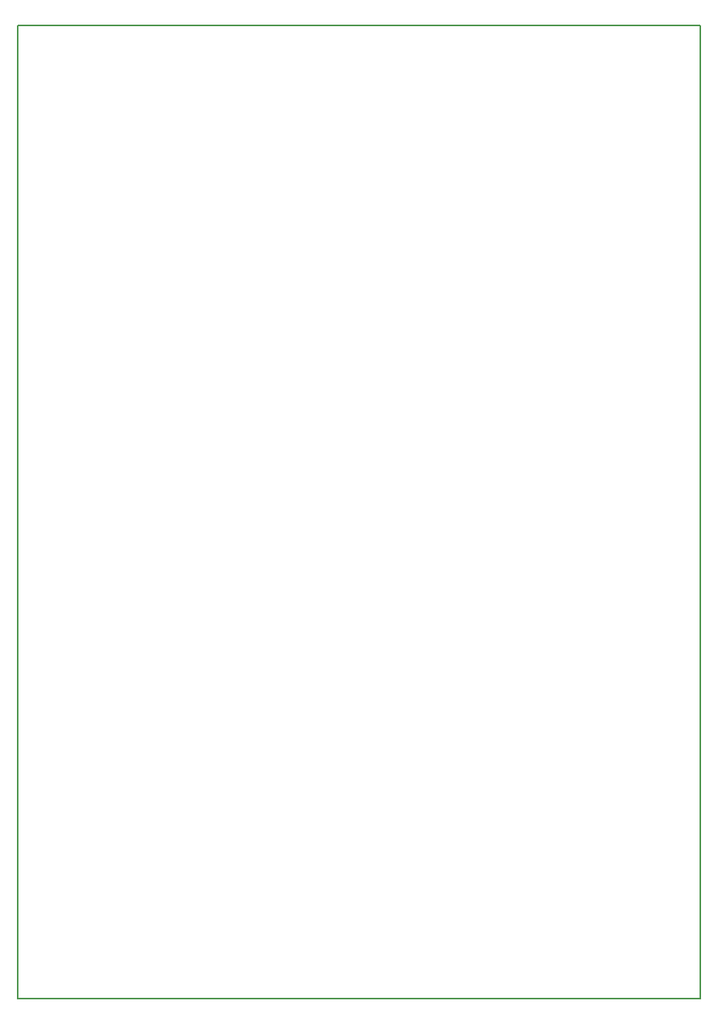
<source format=gbr>
%TF.GenerationSoftware,KiCad,Pcbnew,(5.1.10-1-10_14)*%
%TF.CreationDate,2021-08-18T14:54:20-05:00*%
%TF.ProjectId,payload_board,7061796c-6f61-4645-9f62-6f6172642e6b,3*%
%TF.SameCoordinates,Original*%
%TF.FileFunction,Profile,NP*%
%FSLAX46Y46*%
G04 Gerber Fmt 4.6, Leading zero omitted, Abs format (unit mm)*
G04 Created by KiCad (PCBNEW (5.1.10-1-10_14)) date 2021-08-18 14:54:20*
%MOMM*%
%LPD*%
G01*
G04 APERTURE LIST*
%TA.AperFunction,Profile*%
%ADD10C,0.150000*%
%TD*%
G04 APERTURE END LIST*
D10*
X50000000Y-157000000D02*
X125000000Y-157000000D01*
X50000000Y-50000000D02*
X50000000Y-157000000D01*
X125000000Y-50000000D02*
X125000000Y-157000000D01*
X50000000Y-50000000D02*
X125000000Y-50000000D01*
M02*

</source>
